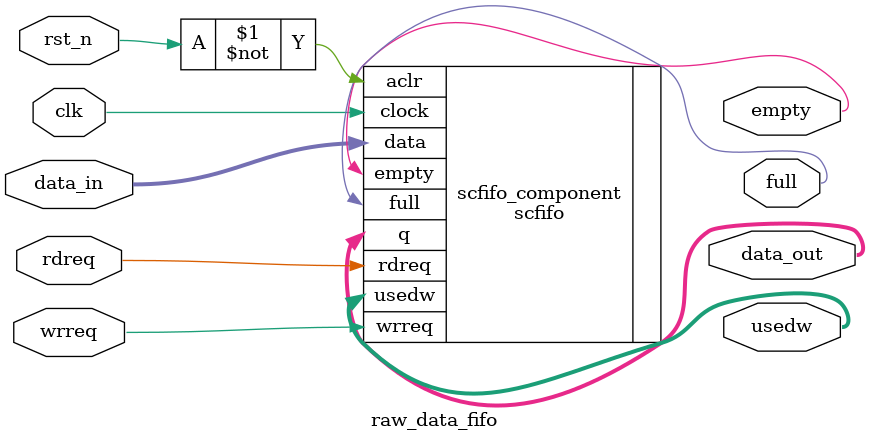
<source format=v>
module raw_data_fifo
#(
	parameter ADDR_W = 10
	
)
(
	input wire 						clk,
	input wire 						rst_n,
	input wire 						rdreq,
	input wire 						wrreq,
	input wire [7:0] 				data_in,
	output wire [7:0] 				data_out,
	output wire 					empty,
	output wire 					full,
	output wire [ADDR_W - 1 : 0]	usedw
);


scfifo	scfifo_component (
				.aclr (~rst_n),
				.data (data_in),
				.clock (clk),
				.rdreq (rdreq),
				.wrreq (wrreq),
				.q (data_out),
				.empty (empty),
				.usedw (usedw),
				.full (full)
				
				);
	defparam
		scfifo_component.intended_device_family = "Cyclone IV E",
		scfifo_component.lpm_numwords = 2**ADDR_W,
		scfifo_component.lpm_showahead = "OFF",
		scfifo_component.lpm_type = "scfifo",
		scfifo_component.lpm_width = 8,
		scfifo_component.lpm_widthu = ADDR_W,
		scfifo_component.overflow_checking = "ON",
		scfifo_component.underflow_checking = "ON",
		scfifo_component.use_eab = "ON";
		
		
		
	
endmodule

</source>
